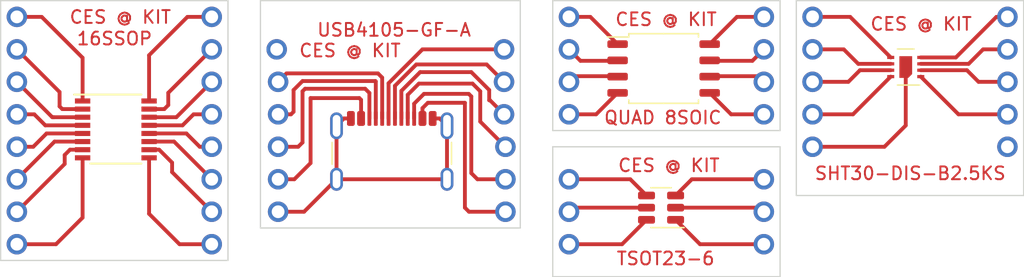
<source format=kicad_pcb>
(kicad_pcb (version 20221018) (generator pcbnew)
  (layers (0 "F.Cu" signal) (31 "B.Cu" signal) (34 "B.Paste" user) (35 "F.Paste" user) (36 "B.SilkS" user "B.Silkscreen") (37 "F.SilkS" user "F.Silkscreen") (38 "B.Mask" user) (39 "F.Mask" user) (44 "Edge.Cuts" user))
  (net 0 "")
  (footprint "" (layer "F.Cu") (at 173.99 71.12)
    (fp_text reference "" (at 0 0) (layer "F.SilkS") (effects (font (size 1.27 1.27))))
    (fp_text value "" (at 0 0) (layer "F.SilkS") (effects (font (size 1.27 1.27))))
    (pad "2" thru_hole circle (at 0 0) (size 1.6 1.6) (drill 1) (layers "*.Cu" "*.Mask"))
  )
  (footprint "" (layer "F.Cu") (at 132.19 73.66 180)
    (fp_text reference "" (at 0 0) (layer "F.SilkS") (effects (font (size 1.27 1.27))))
    (fp_text value "" (at 0 0) (layer "F.SilkS") (effects (font (size 1.27 1.27))))
    (pad "2" thru_hole circle (at 0 0 180) (size 1.6 1.6) (drill 1) (layers "*.Cu" "*.Mask"))
  )
  (footprint "" (layer "F.Cu") (at 132.08 66.04)
    (fp_text reference "" (at 0 0) (layer "F.SilkS") (effects (font (size 1.27 1.27))))
    (fp_text value "" (at 0 0) (layer "F.SilkS") (effects (font (size 1.27 1.27))))
    (pad "2" thru_hole circle (at 0 0 180) (size 1.6 1.6) (drill 1) (layers "*.Cu" "*.Mask"))
  )
  (footprint "" (layer "F.Cu") (at 189.23 66.04)
    (fp_text reference "" (at 0 0) (layer "F.SilkS") (effects (font (size 1.27 1.27))))
    (fp_text value "" (at 0 0) (layer "F.SilkS") (effects (font (size 1.27 1.27))))
    (pad "2" thru_hole circle (at 0 0) (size 1.6 1.6) (drill 1) (layers "*.Cu" "*.Mask"))
  )
  (footprint "" (layer "F.Cu") (at 111.76 73.66)
    (fp_text reference "" (at 0 0) (layer "F.SilkS") (effects (font (size 1.27 1.27))))
    (fp_text value "" (at 0 0) (layer "F.SilkS") (effects (font (size 1.27 1.27))))
    (pad "2" thru_hole circle (at 0 0) (size 1.6 1.6) (drill 1) (layers "*.Cu" "*.Mask"))
  )
  (footprint "Connector_USB:USB_C_Receptacle_GCT_USB4105-xx-A_16P_TopMnt_Horizontal" (layer "F.Cu") (at 141.08 75.125)
    (fp_text reference "USB4105-GF-A" (at 0.18 -10.605 unlocked) (layer "F.Cu"))
    (fp_text value "USB_C_Receptacle_USB2.0_14P")
    (fp_line (start -4.67 -0.1) (end -4.67 -1.8) (stroke (width 0.12)) (layer "F.SilkS"))
    (fp_line (start 4.67 -0.1) (end 4.67 -1.8) (stroke (width 0.12)) (layer "F.SilkS"))
    (pad "" np_thru_hole circle (at -2.89 -2.605) (size 0.65 0.65) (drill 0.65) (layers "F&B.Cu" "*.Mask"))
    (pad "" np_thru_hole circle (at 2.89 -2.605) (size 0.65 0.65) (drill 0.65) (layers "F&B.Cu" "*.Mask"))
    (pad "A1" smd roundrect (at -3.2 -3.68) (size 0.6 1.15) (layers "F.Cu" "F.Paste" "F.Mask"))
    (pad "A4" smd roundrect (at -2.4 -3.68) (size 0.6 1.15) (layers "F.Cu" "F.Paste" "F.Mask"))
    (pad "A5" smd roundrect (at -1.25 -3.68) (size 0.3 1.15) (layers "F.Cu" "F.Paste" "F.Mask"))
    (pad "A6" smd roundrect (at -0.25 -3.68) (size 0.3 1.15) (layers "F.Cu" "F.Paste" "F.Mask"))
    (pad "A7" smd roundrect (at 0.25 -3.68) (size 0.3 1.15) (layers "F.Cu" "F.Paste" "F.Mask"))
    (pad "A8" smd roundrect (at 1.25 -3.68) (size 0.3 1.15) (layers "F.Cu" "F.Paste" "F.Mask"))
    (pad "A9" smd roundrect (at 2.4 -3.68) (size 0.6 1.15) (layers "F.Cu" "F.Paste" "F.Mask"))
    (pad "A12" smd roundrect (at 3.2 -3.68) (size 0.6 1.15) (layers "F.Cu" "F.Paste" "F.Mask"))
    (pad "B1" smd roundrect (at 3.2 -3.68) (size 0.6 1.15) (layers "F.Cu" "F.Paste" "F.Mask"))
    (pad "B4" smd roundrect (at 2.4 -3.68) (size 0.6 1.15) (layers "F.Cu" "F.Paste" "F.Mask"))
    (pad "B5" smd roundrect (at 1.75 -3.68) (size 0.3 1.15) (layers "F.Cu" "F.Paste" "F.Mask"))
    (pad "B6" smd roundrect (at 0.75 -3.68) (size 0.3 1.15) (layers "F.Cu" "F.Paste" "F.Mask"))
    (pad "B7" smd roundrect (at -0.75 -3.68) (size 0.3 1.15) (layers "F.Cu" "F.Paste" "F.Mask"))
    (pad "B8" smd roundrect (at -1.75 -3.68) (size 0.3 1.15) (layers "F.Cu" "F.Paste" "F.Mask"))
    (pad "B9" smd roundrect (at -2.4 -3.68) (size 0.6 1.15) (layers "F.Cu" "F.Paste" "F.Mask"))
    (pad "B12" smd roundrect (at -3.2 -3.68) (size 0.6 1.15) (layers "F.Cu" "F.Paste" "F.Mask"))
    (pad "S1" thru_hole oval (at -4.32 -3.105) (size 1 2.1) (drill oval 0.6 1.7) (layers "*.Cu" "*.Mask" "F.Paste"))
    (pad "S1" thru_hole oval (at -4.32 1.075) (size 1 1.8) (drill oval 0.6 1.4) (layers "*.Cu" "*.Mask" "F.Paste"))
    (pad "S1" thru_hole oval (at 4.32 -3.105) (size 1 2.1) (drill oval 0.6 1.7) (layers "*.Cu" "*.Mask" "F.Paste"))
    (pad "S1" thru_hole oval (at 4.32 1.075) (size 1 1.8) (drill oval 0.6 1.4) (layers "*.Cu" "*.Mask" "F.Paste"))
  )
  (footprint "" (layer "F.Cu") (at 111.76 71.12)
    (fp_text reference "" (at 0 0) (layer "F.SilkS") (effects (font (size 1.27 1.27))))
    (fp_text value "" (at 0 0) (layer "F.SilkS") (effects (font (size 1.27 1.27))))
    (pad "2" thru_hole circle (at 0 0) (size 1.6 1.6) (drill 1) (layers "*.Cu" "*.Mask"))
  )
  (footprint "" (layer "F.Cu") (at 154.94 78.74)
    (fp_text reference "" (at 0 0) (layer "F.SilkS") (effects (font (size 1.27 1.27))))
    (fp_text value "" (at 0 0) (layer "F.SilkS") (effects (font (size 1.27 1.27))))
    (pad "2" thru_hole circle (at 0 0) (size 1.6 1.6) (drill 1) (layers "*.Cu" "*.Mask"))
  )
  (footprint "" (layer "F.Cu") (at 154.94 76.2)
    (fp_text reference "" (at 0 0) (layer "F.SilkS") (effects (font (size 1.27 1.27))))
    (fp_text value "" (at 0 0) (layer "F.SilkS") (effects (font (size 1.27 1.27))))
    (pad "2" thru_hole circle (at 0 0) (size 1.6 1.6) (drill 1) (layers "*.Cu" "*.Mask"))
  )
  (footprint "Package_SO:SOIC-8_5.23x5.23mm_P1.27mm" (layer "F.Cu") (at 162.3425 67.5375)
    (fp_text reference "QUAD 8SOIC" (at -0.0625 3.8425 180) (layer "F.Cu"))
    (fp_text value "W25Q128JVS")
    (fp_line (start -2.725 -2.725) (end -2.725 -2.465) (stroke (width 0.12)) (layer "F.SilkS"))
    (fp_line (start -2.725 -2.465) (end -4.4 -2.465) (stroke (width 0.12)) (layer "F.SilkS"))
    (fp_line (start -2.725 2.725) (end -2.725 2.465) (stroke (width 0.12)) (layer "F.SilkS"))
    (fp_line (start 0 -2.725) (end -2.725 -2.725) (stroke (width 0.12)) (layer "F.SilkS"))
    (fp_line (start 0 -2.725) (end 2.725 -2.725) (stroke (width 0.12)) (layer "F.SilkS"))
    (fp_line (start 0 2.725) (end -2.725 2.725) (stroke (width 0.12)) (layer "F.SilkS"))
    (fp_line (start 0 2.725) (end 2.725 2.725) (stroke (width 0.12)) (layer "F.SilkS"))
    (fp_line (start 2.725 -2.725) (end 2.725 -2.465) (stroke (width 0.12)) (layer "F.SilkS"))
    (fp_line (start 2.725 2.725) (end 2.725 2.465) (stroke (width 0.12)) (layer "F.SilkS"))
    (pad "1" smd roundrect (at -3.6 -1.905) (size 1.6 0.6) (layers "F.Cu" "F.Paste" "F.Mask"))
    (pad "2" smd roundrect (at -3.6 -0.635) (size 1.6 0.6) (layers "F.Cu" "F.Paste" "F.Mask"))
    (pad "3" smd roundrect (at -3.6 0.635) (size 1.6 0.6) (layers "F.Cu" "F.Paste" "F.Mask"))
    (pad "4" smd roundrect (at -3.6 1.905) (size 1.6 0.6) (layers "F.Cu" "F.Paste" "F.Mask"))
    (pad "5" smd roundrect (at 3.6 1.905) (size 1.6 0.6) (layers "F.Cu" "F.Paste" "F.Mask"))
    (pad "6" smd roundrect (at 3.6 0.635) (size 1.6 0.6) (layers "F.Cu" "F.Paste" "F.Mask"))
    (pad "7" smd roundrect (at 3.6 -0.635) (size 1.6 0.6) (layers "F.Cu" "F.Paste" "F.Mask"))
    (pad "8" smd roundrect (at 3.6 -1.905) (size 1.6 0.6) (layers "F.Cu" "F.Paste" "F.Mask"))
  )
  (footprint "" (layer "F.Cu") (at 154.94 66.04)
    (fp_text reference "" (at 0 0) (layer "F.SilkS") (effects (font (size 1.27 1.27))))
    (fp_text value "" (at 0 0) (layer "F.SilkS") (effects (font (size 1.27 1.27))))
    (pad "2" thru_hole circle (at 0 0) (size 1.6 1.6) (drill 1) (layers "*.Cu" "*.Mask"))
  )
  (footprint "" (layer "F.Cu") (at 127 63.5)
    (fp_text reference "" (at 0 0) (layer "F.SilkS") (effects (font (size 1.27 1.27))))
    (fp_text value "" (at 0 0) (layer "F.SilkS") (effects (font (size 1.27 1.27))))
    (pad "2" thru_hole circle (at 0 0) (size 1.6 1.6) (drill 1) (layers "*.Cu" "*.Mask"))
  )
  (footprint "" (layer "F.Cu") (at 132.19 76.2 180)
    (fp_text reference "" (at 0 0) (layer "F.SilkS") (effects (font (size 1.27 1.27))))
    (fp_text value "" (at 0 0) (layer "F.SilkS") (effects (font (size 1.27 1.27))))
    (pad "2" thru_hole circle (at 0 0 180) (size 1.6 1.6) (drill 1) (layers "*.Cu" "*.Mask"))
  )
  (footprint "" (layer "F.Cu") (at 170.18 71.12)
    (fp_text reference "" (at 0 0) (layer "F.SilkS") (effects (font (size 1.27 1.27))))
    (fp_text value "" (at 0 0) (layer "F.SilkS") (effects (font (size 1.27 1.27))))
    (pad "2" thru_hole circle (at 0 0) (size 1.6 1.6) (drill 1) (layers "*.Cu" "*.Mask"))
  )
  (footprint "" (layer "F.Cu") (at 149.86 68.58 180)
    (fp_text reference "" (at 0 0) (layer "F.SilkS") (effects (font (size 1.27 1.27))))
    (fp_text value "" (at 0 0) (layer "F.SilkS") (effects (font (size 1.27 1.27))))
    (pad "2" thru_hole circle (at 0 0 180) (size 1.6 1.6) (drill 1) (layers "*.Cu" "*.Mask"))
  )
  (footprint "" (layer "F.Cu") (at 170.18 68.58)
    (fp_text reference "" (at 0 0) (layer "F.SilkS") (effects (font (size 1.27 1.27))))
    (fp_text value "" (at 0 0) (layer "F.SilkS") (effects (font (size 1.27 1.27))))
    (pad "2" thru_hole circle (at 0 0) (size 1.6 1.6) (drill 1) (layers "*.Cu" "*.Mask"))
  )
  (footprint "" (layer "F.Cu") (at 149.97 76.2 180)
    (fp_text reference "" (at 0 0) (layer "F.SilkS") (effects (font (size 1.27 1.27))))
    (fp_text value "" (at 0 0) (layer "F.SilkS") (effects (font (size 1.27 1.27))))
    (pad "2" thru_hole circle (at 0 0 180) (size 1.6 1.6) (drill 1) (layers "*.Cu" "*.Mask"))
  )
  (footprint "" (layer "F.Cu") (at 154.94 71.12)
    (fp_text reference "" (at 0 0) (layer "F.SilkS") (effects (font (size 1.27 1.27))))
    (fp_text value "" (at 0 0) (layer "F.SilkS") (effects (font (size 1.27 1.27))))
    (pad "2" thru_hole circle (at 0 0) (size 1.6 1.6) (drill 1) (layers "*.Cu" "*.Mask"))
  )
  (footprint "" (layer "F.Cu") (at 170.18 76.2)
    (fp_text reference "" (at 0 0) (layer "F.SilkS") (effects (font (size 1.27 1.27))))
    (fp_text value "" (at 0 0) (layer "F.SilkS") (effects (font (size 1.27 1.27))))
    (pad "2" thru_hole circle (at 0 0) (size 1.6 1.6) (drill 1) (layers "*.Cu" "*.Mask"))
  )
  (footprint "" (layer "F.Cu") (at 189.23 63.5)
    (fp_text reference "" (at 0 0) (layer "F.SilkS") (effects (font (size 1.27 1.27))))
    (fp_text value "" (at 0 0) (layer "F.SilkS") (effects (font (size 1.27 1.27))))
    (pad "2" thru_hole circle (at 0 0) (size 1.6 1.6) (drill 1) (layers "*.Cu" "*.Mask"))
  )
  (footprint "" (layer "F.Cu") (at 132.19 78.74 180)
    (fp_text reference "" (at 0 0) (layer "F.SilkS") (effects (font (size 1.27 1.27))))
    (fp_text value "" (at 0 0) (layer "F.SilkS") (effects (font (size 1.27 1.27))))
    (pad "2" thru_hole circle (at 0 0 180) (size 1.6 1.6) (drill 1) (layers "*.Cu" "*.Mask"))
  )
  (footprint "" (layer "F.Cu") (at 170.18 63.5)
    (fp_text reference "" (at 0 0) (layer "F.SilkS") (effects (font (size 1.27 1.27))))
    (fp_text value "" (at 0 0) (layer "F.SilkS") (effects (font (size 1.27 1.27))))
    (pad "2" thru_hole circle (at 0 0) (size 1.6 1.6) (drill 1) (layers "*.Cu" "*.Mask"))
  )
  (footprint "" (layer "F.Cu") (at 111.76 78.74)
    (fp_text reference "" (at 0 0) (layer "F.SilkS") (effects (font (size 1.27 1.27))))
    (fp_text value "" (at 0 0) (layer "F.SilkS") (effects (font (size 1.27 1.27))))
    (pad "2" thru_hole circle (at 0 0) (size 1.6 1.6) (drill 1) (layers "*.Cu" "*.Mask"))
  )
  (footprint "Package_SO:SSOP-16_3.9x4.9mm_P0.635mm" (layer "F.Cu") (at 119.5 72.3)
    (fp_text reference "16SSOP" (at -0.1 -7.1 180) (layer "F.Cu"))
    (fp_text value "FT230XS")
    (fp_line (start -3.275 -2.725) (end 2 -2.725) (stroke (width 0.15)) (layer "F.SilkS"))
    (fp_line (start -2 2.675) (end 2 2.675) (stroke (width 0.15)) (layer "F.SilkS"))
    (pad "1" smd rect (at -2.6 -2.2225) (size 1.2 0.4) (layers "F.Cu" "F.Paste" "F.Mask"))
    (pad "2" smd rect (at -2.6 -1.5875) (size 1.2 0.4) (layers "F.Cu" "F.Paste" "F.Mask"))
    (pad "3" smd rect (at -2.6 -0.9525) (size 1.2 0.4) (layers "F.Cu" "F.Paste" "F.Mask"))
    (pad "4" smd rect (at -2.6 -0.3175) (size 1.2 0.4) (layers "F.Cu" "F.Paste" "F.Mask"))
    (pad "5" smd rect (at -2.6 0.3175) (size 1.2 0.4) (layers "F.Cu" "F.Paste" "F.Mask"))
    (pad "6" smd rect (at -2.6 0.9525) (size 1.2 0.4) (layers "F.Cu" "F.Paste" "F.Mask"))
    (pad "7" smd rect (at -2.6 1.5875) (size 1.2 0.4) (layers "F.Cu" "F.Paste" "F.Mask"))
    (pad "8" smd rect (at -2.6 2.2225) (size 1.2 0.4) (layers "F.Cu" "F.Paste" "F.Mask"))
    (pad "9" smd rect (at 2.6 2.2225) (size 1.2 0.4) (layers "F.Cu" "F.Paste" "F.Mask"))
    (pad "10" smd rect (at 2.6 1.5875) (size 1.2 0.4) (layers "F.Cu" "F.Paste" "F.Mask"))
    (pad "11" smd rect (at 2.6 0.9525) (size 1.2 0.4) (layers "F.Cu" "F.Paste" "F.Mask"))
    (pad "12" smd rect (at 2.6 0.3175) (size 1.2 0.4) (layers "F.Cu" "F.Paste" "F.Mask"))
    (pad "13" smd rect (at 2.6 -0.3175) (size 1.2 0.4) (layers "F.Cu" "F.Paste" "F.Mask"))
    (pad "14" smd rect (at 2.6 -0.9525) (size 1.2 0.4) (layers "F.Cu" "F.Paste" "F.Mask"))
    (pad "15" smd rect (at 2.6 -1.5875) (size 1.2 0.4) (layers "F.Cu" "F.Paste" "F.Mask"))
    (pad "16" smd rect (at 2.6 -2.2225) (size 1.2 0.4) (layers "F.Cu" "F.Paste" "F.Mask"))
  )
  (footprint "" (layer "F.Cu") (at 154.94 81.28)
    (fp_text reference "" (at 0 0) (layer "F.SilkS") (effects (font (size 1.27 1.27))))
    (fp_text value "" (at 0 0) (layer "F.SilkS") (effects (font (size 1.27 1.27))))
    (pad "2" thru_hole circle (at 0 0) (size 1.6 1.6) (drill 1) (layers "*.Cu" "*.Mask"))
  )
  (footprint "" (layer "F.Cu") (at 127 66.04)
    (fp_text reference "" (at 0 0) (layer "F.SilkS") (effects (font (size 1.27 1.27))))
    (fp_text value "" (at 0 0) (layer "F.SilkS") (effects (font (size 1.27 1.27))))
    (pad "2" thru_hole circle (at 0 0) (size 1.6 1.6) (drill 1) (layers "*.Cu" "*.Mask"))
  )
  (footprint "" (layer "F.Cu") (at 154.94 63.5)
    (fp_text reference "" (at 0 0) (layer "F.SilkS") (effects (font (size 1.27 1.27))))
    (fp_text value "" (at 0 0) (layer "F.SilkS") (effects (font (size 1.27 1.27))))
    (pad "2" thru_hole circle (at 0 0) (size 1.6 1.6) (drill 1) (layers "*.Cu" "*.Mask"))
  )
  (footprint "" (layer "F.Cu") (at 149.86 66.04 180)
    (fp_text reference "" (at 0 0) (layer "F.SilkS") (effects (font (size 1.27 1.27))))
    (fp_text value "" (at 0 0) (layer "F.SilkS") (effects (font (size 1.27 1.27))))
    (pad "2" thru_hole circle (at 0 0 180) (size 1.6 1.6) (drill 1) (layers "*.Cu" "*.Mask"))
  )
  (footprint "" (layer "F.Cu") (at 173.99 63.5)
    (fp_text reference "" (at 0 0) (layer "F.SilkS") (effects (font (size 1.27 1.27))))
    (fp_text value "" (at 0 0) (layer "F.SilkS") (effects (font (size 1.27 1.27))))
    (pad "2" thru_hole circle (at 0 0) (size 1.6 1.6) (drill 1) (layers "*.Cu" "*.Mask"))
  )
  (footprint "" (layer "F.Cu") (at 149.97 78.74 180)
    (fp_text reference "" (at 0 0) (layer "F.SilkS") (effects (font (size 1.27 1.27))))
    (fp_text value "" (at 0 0) (layer "F.SilkS") (effects (font (size 1.27 1.27))))
    (pad "2" thru_hole circle (at 0 0 180) (size 1.6 1.6) (drill 1) (layers "*.Cu" "*.Mask"))
  )
  (footprint "" (layer "F.Cu") (at 111.76 68.58)
    (fp_text reference "" (at 0 0) (layer "F.SilkS") (effects (font (size 1.27 1.27))))
    (fp_text value "" (at 0 0) (layer "F.SilkS") (effects (font (size 1.27 1.27))))
    (pad "2" thru_hole circle (at 0 0) (size 1.6 1.6) (drill 1) (layers "*.Cu" "*.Mask"))
  )
  (footprint "" (layer "F.Cu") (at 170.18 81.28)
    (fp_text reference "" (at 0 0) (layer "F.SilkS") (effects (font (size 1.27 1.27))))
    (fp_text value "" (at 0 0) (layer "F.SilkS") (effects (font (size 1.27 1.27))))
    (pad "2" thru_hole circle (at 0 0) (size 1.6 1.6) (drill 1) (layers "*.Cu" "*.Mask"))
  )
  (footprint "" (layer "F.Cu") (at 173.99 68.58)
    (fp_text reference "" (at 0 0) (layer "F.SilkS") (effects (font (size 1.27 1.27))))
    (fp_text value "" (at 0 0) (layer "F.SilkS") (effects (font (size 1.27 1.27))))
    (pad "2" thru_hole circle (at 0 0) (size 1.6 1.6) (drill 1) (layers "*.Cu" "*.Mask"))
  )
  (footprint "" (layer "F.Cu") (at 132.19 71.12 180)
    (fp_text reference "" (at 0 0) (layer "F.SilkS") (effects (font (size 1.27 1.27))))
    (fp_text value "" (at 0 0) (layer "F.SilkS") (effects (font (size 1.27 1.27))))
    (pad "2" thru_hole circle (at 0 0 180) (size 1.6 1.6) (drill 1) (layers "*.Cu" "*.Mask"))
  )
  (footprint "" (layer "F.Cu") (at 149.86 71.12 180)
    (fp_text reference "" (at 0 0) (layer "F.SilkS") (effects (font (size 1.27 1.27))))
    (fp_text value "" (at 0 0) (layer "F.SilkS") (effects (font (size 1.27 1.27))))
    (pad "2" thru_hole circle (at 0 0 180) (size 1.6 1.6) (drill 1) (layers "*.Cu" "*.Mask"))
  )
  (footprint "" (layer "F.Cu") (at 111.76 81.28)
    (fp_text reference "" (at 0 0) (layer "F.SilkS") (effects (font (size 1.27 1.27))))
    (fp_text value "" (at 0 0) (layer "F.SilkS") (effects (font (size 1.27 1.27))))
    (pad "2" thru_hole circle (at 0 0) (size 1.6 1.6) (drill 1) (layers "*.Cu" "*.Mask"))
  )
  (footprint "" (layer "F.Cu") (at 170.18 66.04)
    (fp_text reference "" (at 0 0) (layer "F.SilkS") (effects (font (size 1.27 1.27))))
    (fp_text value "" (at 0 0) (layer "F.SilkS") (effects (font (size 1.27 1.27))))
    (pad "2" thru_hole circle (at 0 0) (size 1.6 1.6) (drill 1) (layers "*.Cu" "*.Mask"))
  )
  (footprint "" (layer "F.Cu") (at 111.76 63.5)
    (fp_text reference "" (at 0 0) (layer "F.SilkS") (effects (font (size 1.27 1.27))))
    (fp_text value "" (at 0 0) (layer "F.SilkS") (effects (font (size 1.27 1.27))))
    (pad "2" thru_hole circle (at 0 0) (size 1.6 1.6) (drill 1) (layers "*.Cu" "*.Mask"))
  )
  (footprint "" (layer "F.Cu") (at 127 71.12)
    (fp_text reference "" (at 0 0) (layer "F.SilkS") (effects (font (size 1.27 1.27))))
    (fp_text value "" (at 0 0) (layer "F.SilkS") (effects (font (size 1.27 1.27))))
    (pad "2" thru_hole circle (at 0 0) (size 1.6 1.6) (drill 1) (layers "*.Cu" "*.Mask"))
  )
  (footprint "" (layer "F.Cu") (at 189.23 73.66)
    (fp_text reference "" (at 0 0) (layer "F.SilkS") (effects (font (size 1.27 1.27))))
    (fp_text value "" (at 0 0) (layer "F.SilkS") (effects (font (size 1.27 1.27))))
    (pad "2" thru_hole circle (at 0 0) (size 1.6 1.6) (drill 1) (layers "*.Cu" "*.Mask"))
  )
  (footprint "" (layer "F.Cu") (at 127 68.58)
    (fp_text reference "" (at 0 0) (layer "F.SilkS") (effects (font (size 1.27 1.27))))
    (fp_text value "" (at 0 0) (layer "F.SilkS") (effects (font (size 1.27 1.27))))
    (pad "2" thru_hole circle (at 0 0) (size 1.6 1.6) (drill 1) (layers "*.Cu" "*.Mask"))
  )
  (footprint "" (layer "F.Cu") (at 132.19 68.58 180)
    (fp_text reference "" (at 0 0) (layer "F.SilkS") (effects (font (size 1.27 1.27))))
    (fp_text value "" (at 0 0) (layer "F.SilkS") (effects (font (size 1.27 1.27))))
    (pad "2" thru_hole circle (at 0 0 180) (size 1.6 1.6) (drill 1) (layers "*.Cu" "*.Mask"))
  )
  (footprint "Sensor_Humidity:Sensirion_DFN-8-1EP_2.5x2.5mm_P0.5mm_EP1.1x1.7mm" (layer "F.Cu") (at 181.2775 67.4225 180)
    (fp_text reference "SHT30-DIS-B2.5KS" (at -0.3525 -8.3175) (layer "F.Cu"))
    (fp_text value "SHT30-DIS")
    (fp_line (start -1.09 -1.41) (end 0.65 -1.41) (stroke (width 0.12)) (layer "F.SilkS"))
    (fp_line (start -0.65 1.41) (end 0.65 1.41) (stroke (width 0.12)) (layer "F.SilkS"))
    (pad "1" smd rect (at -1.175 -0.75 180) (size 0.55 0.25) (layers "F.Cu" "F.Paste" "F.Mask"))
    (pad "2" smd rect (at -1.175 -0.25 180) (size 0.55 0.25) (layers "F.Cu" "F.Paste" "F.Mask"))
    (pad "3" smd rect (at -1.175 0.25 180) (size 0.55 0.25) (layers "F.Cu" "F.Paste" "F.Mask"))
    (pad "4" smd rect (at -1.175 0.75) (size 0.55 0.25) (layers "F.Cu" "F.Paste" "F.Mask"))
    (pad "5" smd rect (at 1.175 0.75 180) (size 0.55 0.25) (layers "F.Cu" "F.Paste" "F.Mask"))
    (pad "6" smd rect (at 1.175 0.25 180) (size 0.55 0.25) (layers "F.Cu" "F.Paste" "F.Mask"))
    (pad "7" smd rect (at 1.175 -0.25 180) (size 0.55 0.25) (layers "F.Cu" "F.Paste" "F.Mask"))
    (pad "8" smd rect (at 1.175 -0.75 180) (size 0.55 0.25) (layers "F.Cu" "F.Paste" "F.Mask"))
    (pad "9" smd custom (at 0 0 180) (size 1 1) (layers "F.Cu" "F.Mask") (options (clearance outline) (anchor circle)) (primitives (gr_poly (pts (xy 0.5 0.85) (xy -0.5 0.85) (xy -0.5 -0.55) (xy -0.2 -0.85) (xy 0.5 -0.85)) (width 0) (fill yes))))
  )
  (footprint "" (layer "F.Cu") (at 127 76.2)
    (fp_text reference "" (at 0 0) (layer "F.SilkS") (effects (font (size 1.27 1.27))))
    (fp_text value "" (at 0 0) (layer "F.SilkS") (effects (font (size 1.27 1.27))))
    (pad "2" thru_hole circle (at 0 0) (size 1.6 1.6) (drill 1) (layers "*.Cu" "*.Mask"))
  )
  (footprint "" (layer "F.Cu") (at 127 78.74)
    (fp_text reference "" (at 0 0) (layer "F.SilkS") (effects (font (size 1.27 1.27))))
    (fp_text value "" (at 0 0) (layer "F.SilkS") (effects (font (size 1.27 1.27))))
    (pad "2" thru_hole circle (at 0 0) (size 1.6 1.6) (drill 1) (layers "*.Cu" "*.Mask"))
  )
  (footprint "Package_TO_SOT_SMD:SOT-23-6" (layer "F.Cu") (at 162.14 78.42 180)
    (fp_text reference "TSOT23-6" (at -0.36 -3.98) (layer "F.Cu"))
    (fp_text value "TPL5010")
    (fp_line (start 0 -1.56) (end -1.8 -1.56) (stroke (width 0.12)) (layer "F.SilkS"))
    (fp_line (start 0 -1.56) (end 0.8 -1.56) (stroke (width 0.12)) (layer "F.SilkS"))
    (fp_line (start 0 1.56) (end -0.8 1.56) (stroke (width 0.12)) (layer "F.SilkS"))
    (fp_line (start 0 1.56) (end 0.8 1.56) (stroke (width 0.12)) (layer "F.SilkS"))
    (pad "1" smd roundrect (at -1.1375 -0.95 180) (size 1.325 0.6) (layers "F.Cu" "F.Paste" "F.Mask"))
    (pad "2" smd roundrect (at -1.1375 0 180) (size 1.325 0.6) (layers "F.Cu" "F.Paste" "F.Mask"))
    (pad "3" smd roundrect (at -1.1375 0.95 180) (size 1.325 0.6) (layers "F.Cu" "F.Paste" "F.Mask"))
    (pad "4" smd roundrect (at 1.1375 0.95 180) (size 1.325 0.6) (layers "F.Cu" "F.Paste" "F.Mask"))
    (pad "5" smd roundrect (at 1.1375 0 180) (size 1.325 0.6) (layers "F.Cu" "F.Paste" "F.Mask"))
    (pad "6" smd roundrect (at 1.1375 -0.95 180) (size 1.325 0.6) (layers "F.Cu" "F.Paste" "F.Mask"))
  )
  (footprint "" (layer "F.Cu") (at 189.23 68.58)
    (fp_text reference "" (at 0 0) (layer "F.SilkS") (effects (font (size 1.27 1.27))))
    (fp_text value "" (at 0 0) (layer "F.SilkS") (effects (font (size 1.27 1.27))))
    (pad "2" thru_hole circle (at 0 0) (size 1.6 1.6) (drill 1) (layers "*.Cu" "*.Mask"))
  )
  (footprint "" (layer "F.Cu") (at 173.99 73.66)
    (fp_text reference "" (at 0 0) (layer "F.SilkS") (effects (font (size 1.27 1.27))))
    (fp_text value "" (at 0 0) (layer "F.SilkS") (effects (font (size 1.27 1.27))))
    (pad "2" thru_hole circle (at 0 0) (size 1.6 1.6) (drill 1) (layers "*.Cu" "*.Mask"))
  )
  (footprint "" (layer "F.Cu") (at 111.76 66.04)
    (fp_text reference "" (at 0 0) (layer "F.SilkS") (effects (font (size 1.27 1.27))))
    (fp_text value "" (at 0 0) (layer "F.SilkS") (effects (font (size 1.27 1.27))))
    (pad "2" thru_hole circle (at 0 0) (size 1.6 1.6) (drill 1) (layers "*.Cu" "*.Mask"))
  )
  (footprint "" (layer "F.Cu") (at 173.99 66.04)
    (fp_text reference "" (at 0 0) (layer "F.SilkS") (effects (font (size 1.27 1.27))))
    (fp_text value "" (at 0 0) (layer "F.SilkS") (effects (font (size 1.27 1.27))))
    (pad "2" thru_hole circle (at 0 0) (size 1.6 1.6) (drill 1) (layers "*.Cu" "*.Mask"))
  )
  (footprint "" (layer "F.Cu") (at 149.97 73.66 180)
    (fp_text reference "" (at 0 0) (layer "F.SilkS") (effects (font (size 1.27 1.27))))
    (fp_text value "" (at 0 0) (layer "F.SilkS") (effects (font (size 1.27 1.27))))
    (pad "2" thru_hole circle (at 0 0 180) (size 1.6 1.6) (drill 1) (layers "*.Cu" "*.Mask"))
  )
  (footprint "" (layer "F.Cu") (at 170.18 78.74)
    (fp_text reference "" (at 0 0) (layer "F.SilkS") (effects (font (size 1.27 1.27))))
    (fp_text value "" (at 0 0) (layer "F.SilkS") (effects (font (size 1.27 1.27))))
    (pad "2" thru_hole circle (at 0 0) (size 1.6 1.6) (drill 1) (layers "*.Cu" "*.Mask"))
  )
  (footprint "" (layer "F.Cu") (at 154.94 68.58)
    (fp_text reference "" (at 0 0) (layer "F.SilkS") (effects (font (size 1.27 1.27))))
    (fp_text value "" (at 0 0) (layer "F.SilkS") (effects (font (size 1.27 1.27))))
    (pad "2" thru_hole circle (at 0 0) (size 1.6 1.6) (drill 1) (layers "*.Cu" "*.Mask"))
  )
  (footprint "" (layer "F.Cu") (at 189.23 71.12)
    (fp_text reference "" (at 0 0) (layer "F.SilkS") (effects (font (size 1.27 1.27))))
    (fp_text value "" (at 0 0) (layer "F.SilkS") (effects (font (size 1.27 1.27))))
    (pad "2" thru_hole circle (at 0 0) (size 1.6 1.6) (drill 1) (layers "*.Cu" "*.Mask"))
  )
  (footprint "" (layer "F.Cu") (at 127 73.66)
    (fp_text reference "" (at 0 0) (layer "F.SilkS") (effects (font (size 1.27 1.27))))
    (fp_text value "" (at 0 0) (layer "F.SilkS") (effects (font (size 1.27 1.27))))
    (pad "2" thru_hole circle (at 0 0) (size 1.6 1.6) (drill 1) (layers "*.Cu" "*.Mask"))
  )
  (footprint "" (layer "F.Cu") (at 127 81.28)
    (fp_text reference "" (at 0 0) (layer "F.SilkS") (effects (font (size 1.27 1.27))))
    (fp_text value "" (at 0 0) (layer "F.SilkS") (effects (font (size 1.27 1.27))))
    (pad "2" thru_hole circle (at 0 0) (size 1.6 1.6) (drill 1) (layers "*.Cu" "*.Mask"))
  )
  (footprint "" (layer "F.Cu") (at 111.76 76.2)
    (fp_text reference "" (at 0 0) (layer "F.SilkS") (effects (font (size 1.27 1.27))))
    (fp_text value "" (at 0 0) (layer "F.SilkS") (effects (font (size 1.27 1.27))))
    (pad "2" thru_hole circle (at 0 0) (size 1.6 1.6) (drill 1) (layers "*.Cu" "*.Mask"))
  )
  (gr_line (start 171.45 62.23) (end 153.67 62.23) (stroke (width 0.1)) (layer "Edge.Cuts"))
  (gr_line (start 172.72 62.23) (end 172.72 77.47) (stroke (width 0.1)) (layer "Edge.Cuts"))
  (gr_line (start 171.45 73.66) (end 153.67 73.66) (stroke (width 0.1)) (layer "Edge.Cuts"))
  (gr_line (start 190.5 62.23) (end 172.72 62.23) (stroke (width 0.1)) (layer "Edge.Cuts"))
  (gr_line (start 153.67 62.23) (end 153.67 72.39) (stroke (width 0.1)) (layer "Edge.Cuts"))
  (gr_line (start 172.72 77.47) (end 190.5 77.47) (stroke (width 0.1)) (layer "Edge.Cuts"))
  (gr_line (start 110.49 82.55) (end 110.49 62.23) (stroke (width 0.1)) (layer "Edge.Cuts"))
  (gr_line (start 153.67 73.66) (end 153.67 83.82) (stroke (width 0.1)) (layer "Edge.Cuts"))
  (gr_line (start 153.67 72.39) (end 171.45 72.39) (stroke (width 0.1)) (layer "Edge.Cuts"))
  (gr_line (start 190.5 77.47) (end 190.5 62.23) (stroke (width 0.1)) (layer "Edge.Cuts"))
  (gr_line (start 128.27 82.55) (end 110.49 82.55) (stroke (width 0.1)) (layer "Edge.Cuts"))
  (gr_line (start 110.49 62.23) (end 128.27 62.23) (stroke (width 0.1)) (layer "Edge.Cuts"))
  (gr_line (start 151.13 62.23) (end 130.81 62.23) (stroke (width 0.1)) (layer "Edge.Cuts"))
  (gr_line (start 130.81 62.23) (end 130.81 80.01) (stroke (width 0.1)) (layer "Edge.Cuts"))
  (gr_line (start 151.13 80.01) (end 151.13 62.23) (stroke (width 0.1)) (layer "Edge.Cuts"))
  (gr_line (start 130.81 80.01) (end 151.13 80.01) (stroke (width 0.1)) (layer "Edge.Cuts"))
  (gr_line (start 171.45 83.82) (end 171.45 73.66) (stroke (width 0.1)) (layer "Edge.Cuts"))
  (gr_line (start 171.45 72.39) (end 171.45 62.23) (stroke (width 0.1)) (layer "Edge.Cuts"))
  (gr_line (start 128.27 62.23) (end 128.27 82.55) (stroke (width 0.1)) (layer "Edge.Cuts"))
  (gr_line (start 153.67 83.82) (end 171.45 83.82) (stroke (width 0.1)) (layer "Edge.Cuts"))
  (gr_text "CES @ KIT" (at 178.43 64.64) (layer "F.Cu") (effects (font (size 1 1)) (justify left bottom)))
  (gr_text "CES @ KIT" (at 158.48 64.28) (layer "F.Cu") (effects (font (size 1 1)) (justify left bottom)))
  (gr_text "CES @ KIT" (at 115.8 64.1) (layer "F.Cu") (effects (font (size 1 1)) (justify left bottom)))
  (gr_text "CES @ KIT" (at 158.7 75.7) (layer "F.Cu") (effects (font (size 1 1)) (justify left bottom)))
  (gr_text "CES @ KIT" (at 133.76 66.72) (layer "F.Cu") (effects (font (size 1 1)) (justify left bottom)))
  (segment (start 154.94 66.04) (end 155.8375 66.9375) (width 0.3) (layer "F.Cu") (net 0))
  (segment (start 114.6525 71.3475) (end 116.9 71.3475) (width 0.3) (layer "F.Cu") (net 0))
  (segment (start 173.99 73.66) (end 179.61 73.66) (width 0.3) (layer "F.Cu") (net 0))
  (segment (start 158.7075 66.9375) (end 158.7425 66.9025) (width 0.3) (layer "F.Cu") (net 0))
  (segment (start 155.3825 68.1375) (end 158.7075 68.1375) (width 0.3) (layer "F.Cu") (net 0))
  (segment (start 163.2775 78.42) (end 169.86 78.42) (width 0.3) (layer "F.Cu") (net 0))
  (segment (start 154.94 81.28) (end 159.0925 81.28) (width 0.3) (layer "F.Cu") (net 0))
  (segment (start 115.5 74.3) (end 115.9125 73.8875) (width 0.3) (layer "F.Cu") (net 0))
  (segment (start 111.76 63.5) (end 113.7 63.5) (width 0.3) (layer "F.Cu") (net 0))
  (segment (start 161.0025 78.42) (end 155.26 78.42) (width 0.3) (layer "F.Cu") (net 0))
  (segment (start 143 67.22) (end 148.5 67.22) (width 0.3) (layer "F.Cu") (net 0))
  (segment (start 113.9825 71.9825) (end 116.9 71.9825) (width 0.3) (layer "F.Cu") (net 0))
  (segment (start 140.83 68.69) (end 143.48 66.04) (width 0.3) (layer "F.Cu") (net 0))
  (segment (start 113.7 63.5) (end 116.9 66.7) (width 0.3) (layer "F.Cu") (net 0))
  (segment (start 123.6 70.4) (end 123.2875 70.7125) (width 0.3) (layer "F.Cu") (net 0))
  (segment (start 147.3 67.82) (end 143.3 67.82) (width 0.3) (layer "F.Cu") (net 0))
  (segment (start 139.33 69.45) (end 139.33 71.445) (width 0.3) (layer "F.Cu") (net 0))
  (segment (start 143.48 66.04) (end 149.86 66.04) (width 0.3) (layer "F.Cu") (net 0))
  (segment (start 167.62 71.12) (end 165.9425 69.4425) (width 0.3) (layer "F.Cu") (net 0))
  (segment (start 176.43 66.04) (end 173.99 66.04) (width 0.3) (layer "F.Cu") (net 0))
  (segment (start 115.5 75) (end 115.5 74.3) (width 0.3) (layer "F.Cu") (net 0))
  (segment (start 164.5475 76.2) (end 163.2775 77.47) (width 0.3) (layer "F.Cu") (net 0))
  (segment (start 122.8875 73.8875) (end 122.1 73.8875) (width 0.3) (layer "F.Cu") (net 0))
  (segment (start 169.86 78.42) (end 170.18 78.74) (width 0.3) (layer "F.Cu") (net 0))
  (segment (start 111.76 71.12) (end 113.12 71.12) (width 0.3) (layer "F.Cu") (net 0))
  (segment (start 127 78.74) (end 123.9 75.64) (width 0.3) (layer "F.Cu") (net 0))
  (segment (start 127 66.04) (end 123.6 69.44) (width 0.3) (layer "F.Cu") (net 0))
  (segment (start 111.76 73.66) (end 113.04 73.66) (width 0.3) (layer "F.Cu") (net 0))
  (segment (start 132.19 71.12) (end 133.2 71.12) (width 0.3) (layer "F.Cu") (net 0))
  (segment (start 111.76 68.58) (end 114.5275 71.3475) (width 0.3) (layer "F.Cu") (net 0))
  (segment (start 142.83 70.29) (end 142.83 71.445) (width 0.3) (layer "F.Cu") (net 0))
  (segment (start 141.33 68.89) (end 143 67.22) (width 0.3) (layer "F.Cu") (net 0))
  (segment (start 134.73 69.85) (end 138.54 69.85) (width 0.3) (layer "F.Cu") (net 0))
  (segment (start 143.2 68.72) (end 142.33 69.59) (width 0.3) (layer "F.Cu") (net 0))
  (segment (start 154.94 68.58) (end 155.3825 68.1375) (width 0.3) (layer "F.Cu") (net 0))
  (segment (start 136.76 72.02) (end 136.76 76.2) (width 0.3) (layer "F.Cu") (net 0))
  (segment (start 168.075 63.5) (end 165.9425 65.6325) (width 0.3) (layer "F.Cu") (net 0))
  (segment (start 148 71.69) (end 148 69.32) (width 0.3) (layer "F.Cu") (net 0))
  (segment (start 133.2 71.12) (end 133.4 70.92) (width 0.3) (layer "F.Cu") (net 0))
  (segment (start 179.61 73.66) (end 181.2775 71.9925) (width 0.3) (layer "F.Cu") (net 0))
  (segment (start 170.18 63.5) (end 168.075 63.5) (width 0.3) (layer "F.Cu") (net 0))
  (segment (start 165.9775 66.9375) (end 165.9425 66.9025) (width 0.3) (layer "F.Cu") (net 0))
  (segment (start 138.68 69.99) (end 138.68 71.445) (width 0.3) (layer "F.Cu") (net 0))
  (segment (start 132.19 78.74) (end 134.22 78.74) (width 0.3) (layer "F.Cu") (net 0))
  (segment (start 148.76 70.02) (end 148.7 70.02) (width 0.3) (layer "F.Cu") (net 0))
  (segment (start 133.4 70.92) (end 133.4 69.22) (width 0.3) (layer "F.Cu") (net 0))
  (segment (start 134.73 74.93) (end 134.73 69.85) (width 0.3) (layer "F.Cu") (net 0))
  (segment (start 133.76 73.66) (end 134.1 73.32) (width 0.3) (layer "F.Cu") (net 0))
  (segment (start 180.1025 67.6725) (end 177.6975 67.6725) (width 0.3) (layer "F.Cu") (net 0))
  (segment (start 177.155 71.12) (end 180.1025 68.1725) (width 0.3) (layer "F.Cu") (net 0))
  (segment (start 189.23 63.5) (end 188.37 63.5) (width 0.3) (layer "F.Cu") (net 0))
  (segment (start 157.065 71.12) (end 158.7425 69.4425) (width 0.3) (layer "F.Cu") (net 0))
  (segment (start 111.76 81.28) (end 114.82 81.28) (width 0.3) (layer "F.Cu") (net 0))
  (segment (start 137.335 71.445) (end 136.76 72.02) (width 0.3) (layer "F.Cu") (net 0))
  (segment (start 181.2775 71.9925) (end 181.2775 67.4225) (width 0.3) (layer "F.Cu") (net 0))
  (segment (start 143.9 70.22) (end 143.48 70.64) (width 0.3) (layer "F.Cu") (net 0))
  (segment (start 159.0925 81.28) (end 161.0025 79.37) (width 0.3) (layer "F.Cu") (net 0))
  (segment (start 124.2325 71.3475) (end 122.1 71.3475) (width 0.3) (layer "F.Cu") (net 0))
  (segment (start 140.83 71.445) (end 140.83 68.69) (width 0.3) (layer "F.Cu") (net 0))
  (segment (start 173.99 63.5) (end 176.93 63.5) (width 0.3) (layer "F.Cu") (net 0))
  (segment (start 187.33 66.04) (end 189.23 66.04) (width 0.3) (layer "F.Cu") (net 0))
  (segment (start 143.48 70.64) (end 143.48 71.445) (width 0.3) (layer "F.Cu") (net 0))
  (segment (start 148 69.32) (end 147.4 68.72) (width 0.3) (layer "F.Cu") (net 0))
  (segment (start 139 69.12) (end 139.33 69.45) (width 0.3) (layer "F.Cu") (net 0))
  (segment (start 126.06 73.66) (end 125.0175 72.6175) (width 0.3) (layer "F.Cu") (net 0))
  (segment (start 176.93 63.5) (end 180.1025 66.6725) (width 0.3) (layer "F.Cu") (net 0))
  (segment (start 123.2875 70.7125) (end 122.1 70.7125) (width 0.3) (layer "F.Cu") (net 0))
  (segment (start 132.19 76.2) (end 133.46 76.2) (width 0.3) (layer "F.Cu") (net 0))
  (segment (start 136.76 76.2) (end 145.4 76.2) (width 0.3) (layer "F.Cu") (net 0))
  (segment (start 149.86 71.12) (end 148.76 70.02) (width 0.3) (layer "F.Cu") (net 0))
  (segment (start 186.0625 67.6725) (end 186.97 68.58) (width 0.3) (layer "F.Cu") (net 0))
  (segment (start 134.22 78.74) (end 136.76 76.2) (width 0.3) (layer "F.Cu") (net 0))
  (segment (start 154.94 63.5) (end 156.61 63.5) (width 0.3) (layer "F.Cu") (net 0))
  (segment (start 169.2825 66.9375) (end 165.9775 66.9375) (width 0.3) (layer "F.Cu") (net 0))
  (segment (start 133.4 69.22) (end 134.1 68.52) (width 0.3) (layer "F.Cu") (net 0))
  (segment (start 125.0175 72.6175) (end 122.1 72.6175) (width 0.3) (layer "F.Cu") (net 0))
  (segment (start 111.76 66.04) (end 115.1 69.38) (width 0.3) (layer "F.Cu") (net 0))
  (segment (start 134.1 68.52) (end 139.8 68.52) (width 0.3) (layer "F.Cu") (net 0))
  (segment (start 177.5625 67.1725) (end 176.43 66.04) (width 0.3) (layer "F.Cu") (net 0))
  (segment (start 141.83 69.29) (end 141.83 71.445) (width 0.3) (layer "F.Cu") (net 0))
  (segment (start 113.04 73.66) (end 114.0825 72.6175) (width 0.3) (layer "F.Cu") (net 0))
  (segment (start 111.76 76.2) (end 114.7075 73.2525) (width 0.3) (layer "F.Cu") (net 0))
  (segment (start 165.1875 81.28) (end 163.2775 79.37) (width 0.3) (layer "F.Cu") (net 0))
  (segment (start 139.8 68.52) (end 139.83 68.55) (width 0.3) (layer "F.Cu") (net 0))
  (segment (start 155.26 78.42) (end 154.94 78.74) (width 0.3) (layer "F.Cu") (net 0))
  (segment (start 156.61 63.5) (end 158.7425 65.6325) (width 0.3) (layer "F.Cu") (net 0))
  (segment (start 140.33 68.25) (end 140 67.92) (width 0.3) (layer "F.Cu") (net 0))
  (segment (start 132.19 73.66) (end 133.76 73.66) (width 0.3) (layer "F.Cu") (net 0))
  (segment (start 127 68.58) (end 124.2325 71.3475) (width 0.3) (layer "F.Cu") (net 0))
  (segment (start 154.94 71.12) (end 157.065 71.12) (width 0.3) (layer "F.Cu") (net 0))
  (segment (start 143.6 69.52) (end 142.83 70.29) (width 0.3) (layer "F.Cu") (net 0))
  (segment (start 113.12 71.12) (end 113.9825 71.9825) (width 0.3) (layer "F.Cu") (net 0))
  (segment (start 139.83 68.55) (end 139.83 71.445) (width 0.3) (layer "F.Cu") (net 0))
  (segment (start 123.9 74.9) (end 122.8875 73.8875) (width 0.3) (layer "F.Cu") (net 0))
  (segment (start 114.7075 73.2525) (end 116.9 73.2525) (width 0.3) (layer "F.Cu") (net 0))
  (segment (start 124.0525 73.2525) (end 122.1 73.2525) (width 0.3) (layer "F.Cu") (net 0))
  (segment (start 170.18 68.58) (end 169.7375 68.1375) (width 0.3) (layer "F.Cu") (net 0))
  (segment (start 176.79 68.58) (end 173.99 68.58) (width 0.3) (layer "F.Cu") (net 0))
  (segment (start 149.97 73.66) (end 148 71.69) (width 0.3) (layer "F.Cu") (net 0))
  (segment (start 127 71.12) (end 125.58 71.12) (width 0.3) (layer "F.Cu") (net 0))
  (segment (start 127 73.66) (end 126.06 73.66) (width 0.3) (layer "F.Cu") (net 0))
  (segment (start 148.7 70.02) (end 148.7 69.22) (width 0.3) (layer "F.Cu") (net 0))
  (segment (start 173.99 68.58) (end 174.4325 68.1375) (width 0.3) (layer "F.Cu") (net 0))
  (segment (start 147.3 69.72) (end 147.1 69.52) (width 0.3) (layer "F.Cu") (net 0))
  (segment (start 144.825 71.445) (end 145.4 72.02) (width 0.3) (layer "F.Cu") (net 0))
  (segment (start 124.7175 71.9825) (end 122.1 71.9825) (width 0.3) (layer "F.Cu") (net 0))
  (segment (start 140.33 71.445) (end 140.33 68.25) (width 0.3) (layer "F.Cu") (net 0))
  (segment (start 134.1 69.32) (end 134.3 69.12) (width 0.3) (layer "F.Cu") (net 0))
  (segment (start 140 67.92) (end 132.85 67.92) (width 0.3) (layer "F.Cu") (net 0))
  (segment (start 177.6975 67.6725) (end 176.79 68.58) (width 0.3) (layer "F.Cu") (net 0))
  (segment (start 115.3125 70.7125) (end 116.9 70.7125) (width 0.3) (layer "F.Cu") (net 0))
  (segment (start 111.76 78.74) (end 115.5 75) (width 0.3) (layer "F.Cu") (net 0))
  (segment (start 182.4525 67.1725) (end 186.1975 67.1725) (width 0.3) (layer "F.Cu") (net 0))
  (segment (start 132.85 67.92) (end 132.19 68.58) (width 0.3) (layer "F.Cu") (net 0))
  (segment (start 182.4525 67.6725) (end 186.0625 67.6725) (width 0.3) (layer "F.Cu") (net 0))
  (segment (start 146.8 78.42) (end 146.8 70.22) (width 0.3) (layer "F.Cu") (net 0))
  (segment (start 147.12 78.74) (end 146.8 78.42) (width 0.3) (layer "F.Cu") (net 0))
  (segment (start 138.54 69.85) (end 138.68 69.99) (width 0.3) (layer "F.Cu") (net 0))
  (segment (start 154.94 76.2) (end 159.7325 76.2) (width 0.3) (layer "F.Cu") (net 0))
  (segment (start 137.88 71.445) (end 137.335 71.445) (width 0.3) (layer "F.Cu") (net 0))
  (segment (start 149.97 78.74) (end 147.12 78.74) (width 0.3) (layer "F.Cu") (net 0))
  (segment (start 114.0825 72.6175) (end 116.9 72.6175) (width 0.3) (layer "F.Cu") (net 0))
  (segment (start 169.7375 68.1375) (end 165.9775 68.1375) (width 0.3) (layer "F.Cu") (net 0))
  (segment (start 115.1 70.5) (end 115.3125 70.7125) (width 0.3) (layer "F.Cu") (net 0))
  (segment (start 173.99 71.12) (end 177.155 71.12) (width 0.3) (layer "F.Cu") (net 0))
  (segment (start 143.3 67.82) (end 141.83 69.29) (width 0.3) (layer "F.Cu") (net 0))
  (segment (start 154.94 81.28) (end 155.3825 80.8375) (width 0.3) (layer "F.Cu") (net 0))
  (segment (start 170.18 71.12) (end 167.62 71.12) (width 0.3) (layer "F.Cu") (net 0))
  (segment (start 114.5275 71.3475) (end 114.6525 71.3475) (width 0.3) (layer "F.Cu") (net 0))
  (segment (start 159.7325 76.2) (end 161.0025 77.47) (width 0.3) (layer "F.Cu") (net 0))
  (segment (start 142.33 69.59) (end 142.33 71.445) (width 0.3) (layer "F.Cu") (net 0))
  (segment (start 180.1025 67.1725) (end 177.5625 67.1725) (width 0.3) (layer "F.Cu") (net 0))
  (segment (start 122.1 78.9) (end 122.1 74.5225) (width 0.3) (layer "F.Cu") (net 0))
  (segment (start 144.28 71.445) (end 144.825 71.445) (width 0.3) (layer "F.Cu") (net 0))
  (segment (start 146.8 70.22) (end 143.9 70.22) (width 0.3) (layer "F.Cu") (net 0))
  (segment (start 149.97 76.2) (end 147.78 76.2) (width 0.3) (layer "F.Cu") (net 0))
  (segment (start 114.82 81.28) (end 116.9 79.2) (width 0.3) (layer "F.Cu") (net 0))
  (segment (start 124.48 81.28) (end 122.1 78.9) (width 0.3) (layer "F.Cu") (net 0))
  (segment (start 148.7 69.22) (end 147.3 67.82) (width 0.3) (layer "F.Cu") (net 0))
  (segment (start 158.7075 68.1375) (end 158.7425 68.1725) (width 0.3) (layer "F.Cu") (net 0))
  (segment (start 147.3 75.72) (end 147.3 69.72) (width 0.3) (layer "F.Cu") (net 0))
  (segment (start 123.6 69.44) (end 123.6 70.4) (width 0.3) (layer "F.Cu") (net 0))
  (segment (start 134.1 73.32) (end 134.1 69.32) (width 0.3) (layer "F.Cu") (net 0))
  (segment (start 185.4 71.12) (end 182.4525 68.1725) (width 0.3) (layer "F.Cu") (net 0))
  (segment (start 127 81.28) (end 124.48 81.28) (width 0.3) (layer "F.Cu") (net 0))
  (segment (start 147.1 69.52) (end 143.6 69.52) (width 0.3) (layer "F.Cu") (net 0))
  (segment (start 170.18 81.28) (end 169.7375 80.8375) (width 0.3) (layer "F.Cu") (net 0))
  (segment (start 170.18 76.2) (end 164.5475 76.2) (width 0.3) (layer "F.Cu") (net 0))
  (segment (start 186.1975 67.1725) (end 187.33 66.04) (width 0.3) (layer "F.Cu") (net 0))
  (segment (start 148.5 67.22) (end 149.86 68.58) (width 0.3) (layer "F.Cu") (net 0))
  (segment (start 188.37 63.5) (end 185.1975 66.6725) (width 0.3) (layer "F.Cu") (net 0))
  (segment (start 170.18 66.04) (end 169.2825 66.9375) (width 0.3) (layer "F.Cu") (net 0))
  (segment (start 141.33 71.445) (end 141.33 68.89) (width 0.3) (layer "F.Cu") (net 0))
  (segment (start 125.58 71.12) (end 124.7175 71.9825) (width 0.3) (layer "F.Cu") (net 0))
  (segment (start 123.9 75.64) (end 123.9 74.9) (width 0.3) (layer "F.Cu") (net 0))
  (segment (start 122.1 66.5) (end 122.1 70.0775) (width 0.3) (layer "F.Cu") (net 0))
  (segment (start 189.23 71.12) (end 185.4 71.12) (width 0.3) (layer "F.Cu") (net 0))
  (segment (start 147.78 76.2) (end 147.3 75.72) (width 0.3) (layer "F.Cu") (net 0))
  (segment (start 186.97 68.58) (end 189.23 68.58) (width 0.3) (layer "F.Cu") (net 0))
  (segment (start 145.4 72.02) (end 145.4 76.2) (width 0.3) (layer "F.Cu") (net 0))
  (segment (start 170.18 81.28) (end 165.1875 81.28) (width 0.3) (layer "F.Cu") (net 0))
  (segment (start 115.1 69.38) (end 115.1 70.5) (width 0.3) (layer "F.Cu") (net 0))
  (segment (start 133.46 76.2) (end 134.73 74.93) (width 0.3) (layer "F.Cu") (net 0))
  (segment (start 116.9 79.2) (end 116.9 74.5225) (width 0.3) (layer "F.Cu") (net 0))
  (segment (start 185.1975 66.6725) (end 182.4525 66.6725) (width 0.3) (layer "F.Cu") (net 0))
  (segment (start 165.9775 68.1375) (end 165.9425 68.1725) (width 0.3) (layer "F.Cu") (net 0))
  (segment (start 125.1 63.5) (end 122.1 66.5) (width 0.3) (layer "F.Cu") (net 0))
  (segment (start 115.9125 73.8875) (end 116.9 73.8875) (width 0.3) (layer "F.Cu") (net 0))
  (segment (start 189.23 68.58) (end 188.7875 68.1375) (width 0.3) (layer "F.Cu") (net 0))
  (segment (start 134.3 69.12) (end 139 69.12) (width 0.3) (layer "F.Cu") (net 0))
  (segment (start 155.8375 66.9375) (end 158.7075 66.9375) (width 0.3) (layer "F.Cu") (net 0))
  (segment (start 147.4 68.72) (end 143.2 68.72) (width 0.3) (layer "F.Cu") (net 0))
  (segment (start 116.9 66.7) (end 116.9 70.0775) (width 0.3) (layer "F.Cu") (net 0))
  (segment (start 127 63.5) (end 125.1 63.5) (width 0.3) (layer "F.Cu") (net 0))
  (segment (start 127 76.2) (end 124.0525 73.2525) (width 0.3) (layer "F.Cu") (net 0))
)
</source>
